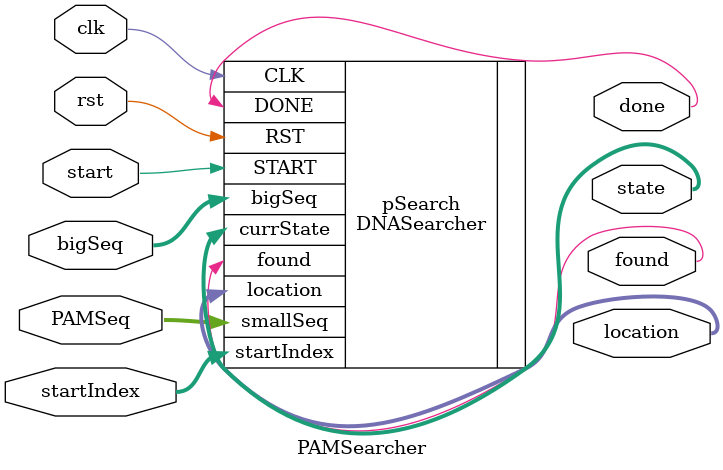
<source format=v>
`timescale 1ns / 1ps


module PAMSearcher(
    input clk,
    input rst,
    input start,
    input [1999:0] bigSeq,
    input [11:0] PAMSeq,
    input [10:0] startIndex,
    output [10:0] location,
    output done,
    output found,
    output [6 : 0] state
    );
    
    DNASearcher # (
        .BIG_SEQ_SIZE(2000),
        .SMALL_SEQ_SIZE(12),
        .OUTER_LOCATION_NUM_SIZE(11),
        .INNER_LOCATION_NUM_SIZE(3)
        )
    pSearch(
        .CLK(clk),
        .RST(rst),
        .START(start),
        .bigSeq(bigSeq),
        .smallSeq(PAMSeq),
        .startIndex(startIndex),
        .currState(state),
        .location(location),
        .found(found),
        .DONE(done)
    );
        
endmodule

</source>
